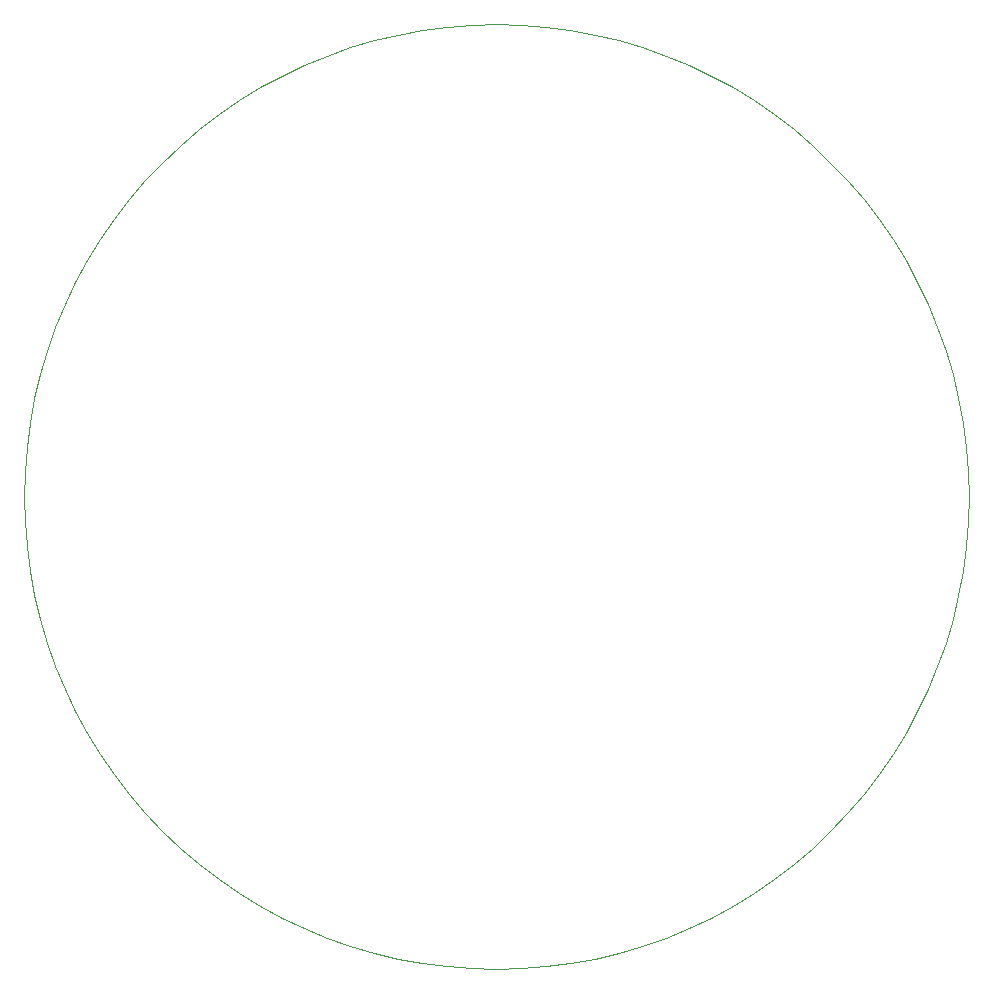
<source format=gbr>
%TF.GenerationSoftware,KiCad,Pcbnew,7.0.5.1-1-g8f565ef7f0-dirty-deb11*%
%TF.CreationDate,2023-06-30T14:59:50+00:00*%
%TF.ProjectId,USTTHUNDERMILLPCB02,55535454-4855-44e4-9445-524d494c4c50,rev?*%
%TF.SameCoordinates,Original*%
%TF.FileFunction,Profile,NP*%
%FSLAX46Y46*%
G04 Gerber Fmt 4.6, Leading zero omitted, Abs format (unit mm)*
G04 Created by KiCad (PCBNEW 7.0.5.1-1-g8f565ef7f0-dirty-deb11) date 2023-06-30 14:59:50*
%MOMM*%
%LPD*%
G01*
G04 APERTURE LIST*
%TA.AperFunction,Profile*%
%ADD10C,0.049999*%
%TD*%
G04 APERTURE END LIST*
D10*
X2126633Y39911202D02*
X4214333Y39746900D01*
X6290573Y39473500D01*
X8349663Y39091901D01*
X10385990Y38603002D01*
X12393891Y38008302D01*
X14367890Y37309202D01*
X16302689Y36507803D01*
X18192787Y35606302D01*
X20033188Y34607000D01*
X21818787Y33512800D01*
X23544586Y32326701D01*
X25205982Y31051803D01*
X26798382Y29691802D01*
X28317486Y28250302D01*
X29758984Y26731202D01*
X31118984Y25138803D01*
X32393887Y23477405D01*
X33579983Y21751605D01*
X34674183Y19966004D01*
X35673489Y18125604D01*
X36574986Y16235505D01*
X37376385Y14300704D01*
X38075482Y12326705D01*
X38670185Y10318807D01*
X39159085Y8282477D01*
X39540684Y6223390D01*
X39814083Y4147149D01*
X39978390Y2059449D01*
X40033184Y-33992D01*
X39978390Y-2127433D01*
X39814083Y-4215133D01*
X39540684Y-6291373D01*
X39159085Y-8350463D01*
X38670185Y-10386790D01*
X38075482Y-12394691D01*
X37376385Y-14368690D01*
X36574986Y-16303489D01*
X35673489Y-18193587D01*
X34674183Y-20033988D01*
X33579983Y-21819587D01*
X32393887Y-23545386D01*
X31118984Y-25206782D01*
X29758984Y-26799182D01*
X28317486Y-28318286D01*
X26798382Y-29759784D01*
X25205982Y-31119784D01*
X23544586Y-32394687D01*
X21818787Y-33580783D01*
X20033188Y-34674983D01*
X18192787Y-35674289D01*
X16302689Y-36575786D01*
X14367890Y-37377185D01*
X12393891Y-38076282D01*
X10385990Y-38670985D01*
X8349663Y-39159885D01*
X6290573Y-39541484D01*
X4214333Y-39814883D01*
X2126633Y-39979190D01*
X33192Y-40033984D01*
X-2060249Y-39979190D01*
X-4147949Y-39814883D01*
X-6224190Y-39541484D01*
X-8283277Y-39159885D01*
X-10319607Y-38670985D01*
X-12327505Y-38076282D01*
X-14301504Y-37377185D01*
X-16236305Y-36575786D01*
X-18126404Y-35674289D01*
X-19966804Y-34674983D01*
X-21752405Y-33580783D01*
X-23478205Y-32394687D01*
X-25139603Y-31119784D01*
X-26732002Y-29759784D01*
X-28251102Y-28318286D01*
X-29692602Y-26799182D01*
X-31052603Y-25206782D01*
X-32327501Y-23545386D01*
X-33513600Y-21819587D01*
X-34607800Y-20033988D01*
X-35607102Y-18193587D01*
X-36508603Y-16303489D01*
X-37310002Y-14368690D01*
X-38009102Y-12394691D01*
X-38603802Y-10386790D01*
X-39092701Y-8350463D01*
X-39474300Y-6291373D01*
X-39747700Y-4215133D01*
X-39912002Y-2127433D01*
X-39966800Y-33992D01*
X-39912002Y2059449D01*
X-39747700Y4147149D01*
X-39474300Y6223390D01*
X-39092701Y8282477D01*
X-38603802Y10318807D01*
X-38009102Y12326705D01*
X-37310002Y14300704D01*
X-36508603Y16235505D01*
X-35607102Y18125604D01*
X-34607800Y19966004D01*
X-33513600Y21751605D01*
X-32327501Y23477405D01*
X-31052603Y25138803D01*
X-29692602Y26731202D01*
X-28251102Y28250302D01*
X-26732002Y29691802D01*
X-25139603Y31051803D01*
X-23478205Y32326701D01*
X-21752405Y33512800D01*
X-19966804Y34607000D01*
X-18126404Y35606302D01*
X-16236305Y36507803D01*
X-14301504Y37309202D01*
X-12327505Y38008302D01*
X-10319607Y38603002D01*
X-8283277Y39091901D01*
X-6224190Y39473500D01*
X-4147949Y39746900D01*
X-2060249Y39911202D01*
X33192Y39966000D01*
X2126633Y39911202D01*
M02*

</source>
